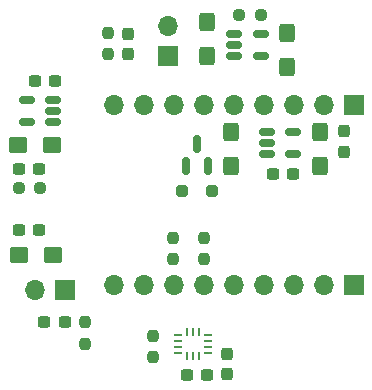
<source format=gts>
G04 #@! TF.GenerationSoftware,KiCad,Pcbnew,7.0.2*
G04 #@! TF.CreationDate,2025-02-26T19:17:01+01:00*
G04 #@! TF.ProjectId,testESP32_2,74657374-4553-4503-9332-5f322e6b6963,rev?*
G04 #@! TF.SameCoordinates,Original*
G04 #@! TF.FileFunction,Soldermask,Top*
G04 #@! TF.FilePolarity,Negative*
%FSLAX46Y46*%
G04 Gerber Fmt 4.6, Leading zero omitted, Abs format (unit mm)*
G04 Created by KiCad (PCBNEW 7.0.2) date 2025-02-26 19:17:01*
%MOMM*%
%LPD*%
G01*
G04 APERTURE LIST*
G04 Aperture macros list*
%AMRoundRect*
0 Rectangle with rounded corners*
0 $1 Rounding radius*
0 $2 $3 $4 $5 $6 $7 $8 $9 X,Y pos of 4 corners*
0 Add a 4 corners polygon primitive as box body*
4,1,4,$2,$3,$4,$5,$6,$7,$8,$9,$2,$3,0*
0 Add four circle primitives for the rounded corners*
1,1,$1+$1,$2,$3*
1,1,$1+$1,$4,$5*
1,1,$1+$1,$6,$7*
1,1,$1+$1,$8,$9*
0 Add four rect primitives between the rounded corners*
20,1,$1+$1,$2,$3,$4,$5,0*
20,1,$1+$1,$4,$5,$6,$7,0*
20,1,$1+$1,$6,$7,$8,$9,0*
20,1,$1+$1,$8,$9,$2,$3,0*%
G04 Aperture macros list end*
%ADD10RoundRect,0.237500X0.237500X-0.250000X0.237500X0.250000X-0.237500X0.250000X-0.237500X-0.250000X0*%
%ADD11RoundRect,0.237500X-0.300000X-0.237500X0.300000X-0.237500X0.300000X0.237500X-0.300000X0.237500X0*%
%ADD12RoundRect,0.250000X0.425000X-0.537500X0.425000X0.537500X-0.425000X0.537500X-0.425000X-0.537500X0*%
%ADD13RoundRect,0.250000X0.250000X0.250000X-0.250000X0.250000X-0.250000X-0.250000X0.250000X-0.250000X0*%
%ADD14RoundRect,0.237500X0.300000X0.237500X-0.300000X0.237500X-0.300000X-0.237500X0.300000X-0.237500X0*%
%ADD15RoundRect,0.237500X-0.250000X-0.237500X0.250000X-0.237500X0.250000X0.237500X-0.250000X0.237500X0*%
%ADD16R,1.700000X1.700000*%
%ADD17O,1.700000X1.700000*%
%ADD18RoundRect,0.237500X-0.237500X0.300000X-0.237500X-0.300000X0.237500X-0.300000X0.237500X0.300000X0*%
%ADD19RoundRect,0.150000X0.150000X-0.587500X0.150000X0.587500X-0.150000X0.587500X-0.150000X-0.587500X0*%
%ADD20RoundRect,0.150000X0.512500X0.150000X-0.512500X0.150000X-0.512500X-0.150000X0.512500X-0.150000X0*%
%ADD21RoundRect,0.237500X-0.237500X0.287500X-0.237500X-0.287500X0.237500X-0.287500X0.237500X0.287500X0*%
%ADD22RoundRect,0.250000X-0.537500X-0.425000X0.537500X-0.425000X0.537500X0.425000X-0.537500X0.425000X0*%
%ADD23RoundRect,0.237500X0.250000X0.237500X-0.250000X0.237500X-0.250000X-0.237500X0.250000X-0.237500X0*%
%ADD24RoundRect,0.237500X-0.237500X0.250000X-0.237500X-0.250000X0.237500X-0.250000X0.237500X0.250000X0*%
%ADD25RoundRect,0.250000X-0.425000X0.537500X-0.425000X-0.537500X0.425000X-0.537500X0.425000X0.537500X0*%
%ADD26R,0.675000X0.250000*%
%ADD27R,0.250000X0.675000*%
%ADD28RoundRect,0.150000X-0.512500X-0.150000X0.512500X-0.150000X0.512500X0.150000X-0.512500X0.150000X0*%
G04 APERTURE END LIST*
D10*
X191050000Y-90875000D03*
X191050000Y-89050000D03*
D11*
X185450000Y-81300000D03*
X187175000Y-81300000D03*
D12*
X208200000Y-67500000D03*
X208200000Y-64625000D03*
D13*
X201777500Y-77950000D03*
X199277500Y-77950000D03*
D14*
X189350000Y-89050000D03*
X187625000Y-89050000D03*
D15*
X204125000Y-63050000D03*
X205950000Y-63050000D03*
D16*
X213800000Y-70650000D03*
D17*
X211260000Y-70650000D03*
X208720000Y-70650000D03*
X206180000Y-70650000D03*
X203640000Y-70650000D03*
X201100000Y-70650000D03*
X198560000Y-70650000D03*
X196020000Y-70650000D03*
X193480000Y-70650000D03*
X193480000Y-85890000D03*
X196020000Y-85890000D03*
X198560000Y-85890000D03*
X201100000Y-85890000D03*
X203640000Y-85890000D03*
X206180000Y-85890000D03*
X208720000Y-85890000D03*
X211260000Y-85890000D03*
D16*
X213800000Y-85890000D03*
D18*
X203050000Y-91750000D03*
X203050000Y-93475000D03*
D19*
X199600000Y-75875000D03*
X201500000Y-75875000D03*
X200550000Y-74000000D03*
D20*
X188387500Y-72150000D03*
X188387500Y-71200000D03*
X188387500Y-70250000D03*
X186112500Y-70250000D03*
X186112500Y-72150000D03*
D21*
X194700000Y-64650000D03*
X194700000Y-66400000D03*
D11*
X185450000Y-76100000D03*
X187175000Y-76100000D03*
D22*
X185400000Y-74100000D03*
X188275000Y-74100000D03*
D11*
X199700000Y-93550000D03*
X201425000Y-93550000D03*
D16*
X189350000Y-86350000D03*
D17*
X186810000Y-86350000D03*
D23*
X187275000Y-77700000D03*
X185450000Y-77700000D03*
D24*
X193000000Y-64575000D03*
X193000000Y-66400000D03*
X198550000Y-81925000D03*
X198550000Y-83750000D03*
D11*
X186800000Y-68650000D03*
X188525000Y-68650000D03*
D25*
X210950000Y-72950000D03*
X210950000Y-75825000D03*
D14*
X208700000Y-76500000D03*
X206975000Y-76500000D03*
D12*
X201400000Y-66550000D03*
X201400000Y-63675000D03*
D24*
X201100000Y-81925000D03*
X201100000Y-83750000D03*
D22*
X185450000Y-83400000D03*
X188325000Y-83400000D03*
D24*
X196800000Y-90200000D03*
X196800000Y-92025000D03*
D18*
X212950000Y-72925000D03*
X212950000Y-74650000D03*
D26*
X198937500Y-90187500D03*
X198937500Y-90687500D03*
X198937500Y-91187500D03*
X198937500Y-91687500D03*
D27*
X199700000Y-91950000D03*
X200200000Y-91950000D03*
X200700000Y-91950000D03*
D26*
X201462500Y-91687500D03*
X201462500Y-91187500D03*
X201462500Y-90687500D03*
X201462500Y-90187500D03*
D27*
X200700000Y-89925000D03*
X200200000Y-89925000D03*
X199700000Y-89925000D03*
D16*
X198100000Y-66550000D03*
D17*
X198100000Y-64010000D03*
D25*
X203450000Y-72950000D03*
X203450000Y-75825000D03*
D28*
X203700000Y-64650000D03*
X203700000Y-65600000D03*
X203700000Y-66550000D03*
X205975000Y-66550000D03*
X205975000Y-64650000D03*
X206425000Y-72950000D03*
X206425000Y-73900000D03*
X206425000Y-74850000D03*
X208700000Y-74850000D03*
X208700000Y-72950000D03*
M02*

</source>
